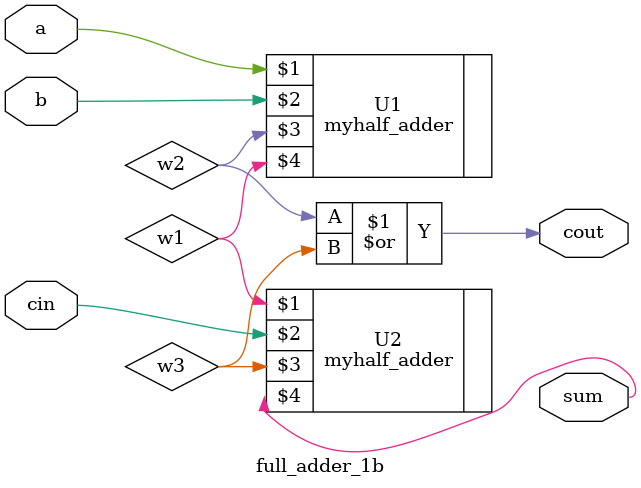
<source format=v>
`timescale 1ns / 1ps
module full_adder_1b(a,b,cin,cout,sum);
   input a,b,cin;
	output sum,cout;
	wire w1,w2,w3;
	
	myhalf_adder U1 (a,b,w2,w1);
	myhalf_adder U2 (w1,cin,w3,sum);
	or U3 (cout,w2,w3);
	
endmodule

</source>
